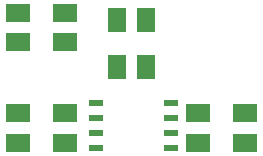
<source format=gtp>
%TF.GenerationSoftware,KiCad,Pcbnew,4.0.4+e1-6308~48~ubuntu16.04.1-stable*%
%TF.CreationDate,2016-10-26T09:25:12-07:00*%
%TF.ProjectId,cy8cmbr3002,637938636D6272333030322E6B696361,rev?*%
%TF.FileFunction,Paste,Top*%
%FSLAX46Y46*%
G04 Gerber Fmt 4.6, Leading zero omitted, Abs format (unit mm)*
G04 Created by KiCad (PCBNEW 4.0.4+e1-6308~48~ubuntu16.04.1-stable) date Wed Oct 26 09:25:12 2016*
%MOMM*%
%LPD*%
G01*
G04 APERTURE LIST*
%ADD10C,0.100000*%
%ADD11R,2.000000X1.600000*%
%ADD12R,1.143000X0.508000*%
%ADD13R,1.600000X2.000000*%
G04 APERTURE END LIST*
D10*
D11*
X184250000Y-79000000D03*
X180250000Y-79000000D03*
D12*
X193175000Y-78095000D03*
X193175000Y-79365000D03*
X193175000Y-80635000D03*
X193175000Y-81905000D03*
X186825000Y-81905000D03*
X186825000Y-80635000D03*
X186825000Y-79365000D03*
X186825000Y-78095000D03*
D11*
X184250000Y-81500000D03*
X180250000Y-81500000D03*
X184250000Y-70500000D03*
X180250000Y-70500000D03*
X184250000Y-73000000D03*
X180250000Y-73000000D03*
X199450000Y-79000000D03*
X195450000Y-79000000D03*
D13*
X191050000Y-75100000D03*
X191050000Y-71100000D03*
D11*
X195450000Y-81500000D03*
X199450000Y-81500000D03*
D13*
X188650000Y-71100000D03*
X188650000Y-75100000D03*
M02*

</source>
